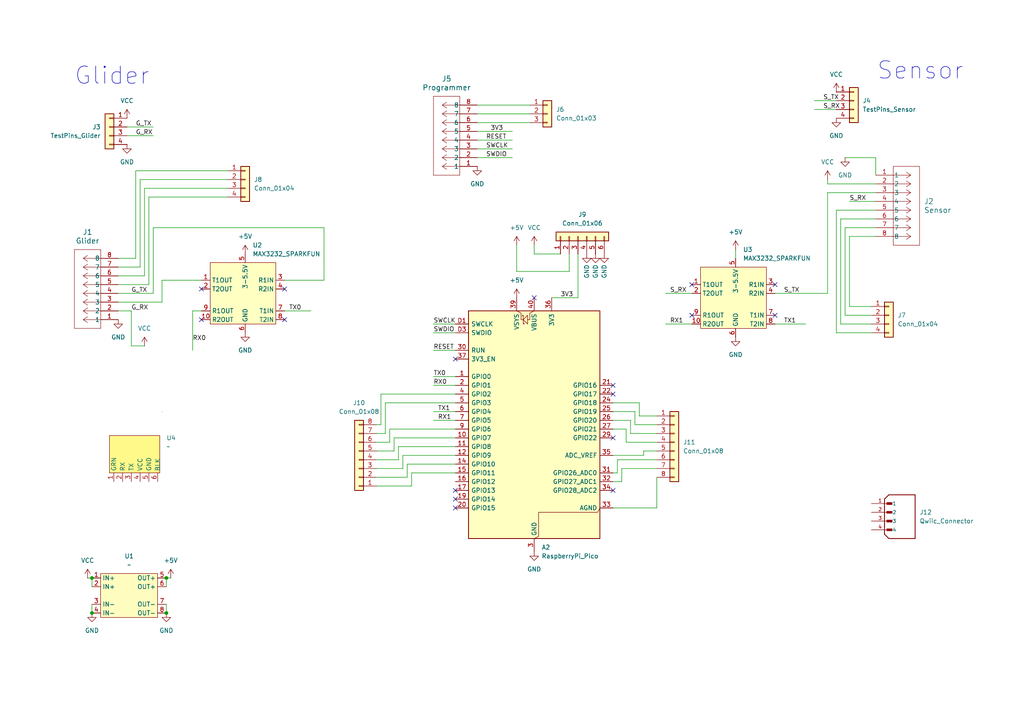
<source format=kicad_sch>
(kicad_sch (version 20250114) (generator "eeschema") (generator_version "9.0")
  (paper "A4")
  (title_block (date "2025-09-10") (rev "0"))
  (lib_symbols
    (symbol "2025-09-12_14-18-33:2068320802" (pin_names (offset 0.254))
      (property "Reference" "J" (at 8.89 6.35 0))
      (property "Value" "2068320802" (at 0 0 0))
      (symbol "2068320802_1_1"
        (polyline (pts (xy 5.08 2.54) (xy 5.08 -20.32)) (stroke (width 0.127)))
        (polyline (pts (xy 5.08 -20.32) (xy 12.7 -20.32)) (stroke (width 0.127)))
        (polyline (pts (xy 10.16 0) (xy 5.08 0)) (stroke (width 0.127)))
        (polyline (pts (xy 10.16 0) (xy 8.89 0.8467)) (stroke (width 0.127)))
        (polyline (pts (xy 10.16 0) (xy 8.89 -0.8467)) (stroke (width 0.127)))
        (polyline (pts (xy 10.16 -2.54) (xy 5.08 -2.54)) (stroke (width 0.127)))
        (polyline (pts (xy 10.16 -2.54) (xy 8.89 -1.6933)) (stroke (width 0.127)))
        (polyline (pts (xy 10.16 -2.54) (xy 8.89 -3.3867)) (stroke (width 0.127)))
        (polyline (pts (xy 10.16 -5.08) (xy 5.08 -5.08)) (stroke (width 0.127)))
        (polyline (pts (xy 10.16 -5.08) (xy 8.89 -4.2333)) (stroke (width 0.127)))
        (polyline (pts (xy 10.16 -5.08) (xy 8.89 -5.9267)) (stroke (width 0.127)))
        (polyline (pts (xy 10.16 -7.62) (xy 5.08 -7.62)) (stroke (width 0.127)))
        (polyline (pts (xy 10.16 -7.62) (xy 8.89 -6.7733)) (stroke (width 0.127)))
        (polyline (pts (xy 10.16 -7.62) (xy 8.89 -8.4667)) (stroke (width 0.127)))
        (polyline (pts (xy 10.16 -10.16) (xy 5.08 -10.16)) (stroke (width 0.127)))
        (polyline (pts (xy 10.16 -10.16) (xy 8.89 -9.3133)) (stroke (width 0.127)))
        (polyline (pts (xy 10.16 -10.16) (xy 8.89 -11.0067)) (stroke (width 0.127)))
        (polyline (pts (xy 10.16 -12.7) (xy 5.08 -12.7)) (stroke (width 0.127)))
        (polyline (pts (xy 10.16 -12.7) (xy 8.89 -11.8533)) (stroke (width 0.127)))
        (polyline (pts (xy 10.16 -12.7) (xy 8.89 -13.5467)) (stroke (width 0.127)))
        (polyline (pts (xy 10.16 -15.24) (xy 5.08 -15.24)) (stroke (width 0.127)))
        (polyline (pts (xy 10.16 -15.24) (xy 8.89 -14.3933)) (stroke (width 0.127)))
        (polyline (pts (xy 10.16 -15.24) (xy 8.89 -16.0867)) (stroke (width 0.127)))
        (polyline (pts (xy 10.16 -17.78) (xy 5.08 -17.78)) (stroke (width 0.127)))
        (polyline (pts (xy 10.16 -17.78) (xy 8.89 -16.9333)) (stroke (width 0.127)))
        (polyline (pts (xy 10.16 -17.78) (xy 8.89 -18.6267)) (stroke (width 0.127)))
        (polyline (pts (xy 12.7 2.54) (xy 5.08 2.54)) (stroke (width 0.127)))
        (polyline (pts (xy 12.7 -20.32) (xy 12.7 2.54)) (stroke (width 0.127)))
        (pin unspecified line (at 0 0 0) (length 5.08) (name "1") (number "1"))
        (pin unspecified line (at 0 -2.54 0) (length 5.08) (name "2") (number "2"))
        (pin unspecified line (at 0 -5.08 0) (length 5.08) (name "3") (number "3"))
        (pin unspecified line (at 0 -7.62 0) (length 5.08) (name "4") (number "4"))
        (pin unspecified line (at 0 -10.16 0) (length 5.08) (name "5") (number "5"))
        (pin unspecified line (at 0 -12.7 0) (length 5.08) (name "6") (number "6"))
        (pin unspecified line (at 0 -15.24 0) (length 5.08) (name "7") (number "7"))
        (pin unspecified line (at 0 -17.78 0) (length 5.08) (name "8") (number "8"))
      )
      (symbol "2068320802_1_2"
        (polyline (pts (xy 5.08 2.54) (xy 5.08 -20.32)) (stroke (width 0.127)))
        (polyline (pts (xy 5.08 -20.32) (xy 12.7 -20.32)) (stroke (width 0.127)))
        (polyline (pts (xy 7.62 0) (xy 5.08 0)) (stroke (width 0.127)))
        (polyline (pts (xy 7.62 0) (xy 8.89 0.8467)) (stroke (width 0.127)))
        (polyline (pts (xy 7.62 0) (xy 8.89 -0.8467)) (stroke (width 0.127)))
        (polyline (pts (xy 7.62 -2.54) (xy 5.08 -2.54)) (stroke (width 0.127)))
        (polyline (pts (xy 7.62 -2.54) (xy 8.89 -1.6933)) (stroke (width 0.127)))
        (polyline (pts (xy 7.62 -2.54) (xy 8.89 -3.3867)) (stroke (width 0.127)))
        (polyline (pts (xy 7.62 -5.08) (xy 5.08 -5.08)) (stroke (width 0.127)))
        (polyline (pts (xy 7.62 -5.08) (xy 8.89 -4.2333)) (stroke (width 0.127)))
        (polyline (pts (xy 7.62 -5.08) (xy 8.89 -5.9267)) (stroke (width 0.127)))
        (polyline (pts (xy 7.62 -7.62) (xy 5.08 -7.62)) (stroke (width 0.127)))
        (polyline (pts (xy 7.62 -7.62) (xy 8.89 -6.7733)) (stroke (width 0.127)))
        (polyline (pts (xy 7.62 -7.62) (xy 8.89 -8.4667)) (stroke (width 0.127)))
        (polyline (pts (xy 7.62 -10.16) (xy 5.08 -10.16)) (stroke (width 0.127)))
        (polyline (pts (xy 7.62 -10.16) (xy 8.89 -9.3133)) (stroke (width 0.127)))
        (polyline (pts (xy 7.62 -10.16) (xy 8.89 -11.0067)) (stroke (width 0.127)))
        (polyline (pts (xy 7.62 -12.7) (xy 5.08 -12.7)) (stroke (width 0.127)))
        (polyline (pts (xy 7.62 -12.7) (xy 8.89 -11.8533)) (stroke (width 0.127)))
        (polyline (pts (xy 7.62 -12.7) (xy 8.89 -13.5467)) (stroke (width 0.127)))
        (polyline (pts (xy 7.62 -15.24) (xy 5.08 -15.24)) (stroke (width 0.127)))
        (polyline (pts (xy 7.62 -15.24) (xy 8.89 -14.3933)) (stroke (width 0.127)))
        (polyline (pts (xy 7.62 -15.24) (xy 8.89 -16.0867)) (stroke (width 0.127)))
        (polyline (pts (xy 7.62 -17.78) (xy 5.08 -17.78)) (stroke (width 0.127)))
        (polyline (pts (xy 7.62 -17.78) (xy 8.89 -16.9333)) (stroke (width 0.127)))
        (polyline (pts (xy 7.62 -17.78) (xy 8.89 -18.6267)) (stroke (width 0.127)))
        (polyline (pts (xy 12.7 2.54) (xy 5.08 2.54)) (stroke (width 0.127)))
        (polyline (pts (xy 12.7 -20.32) (xy 12.7 2.54)) (stroke (width 0.127)))
        (pin unspecified line (at 0 0 0) (length 5.08) (name "1") (number "1"))
        (pin unspecified line (at 0 -2.54 0) (length 5.08) (name "2") (number "2"))
        (pin unspecified line (at 0 -5.08 0) (length 5.08) (name "3") (number "3"))
        (pin unspecified line (at 0 -7.62 0) (length 5.08) (name "4") (number "4"))
        (pin unspecified line (at 0 -10.16 0) (length 5.08) (name "5") (number "5"))
        (pin unspecified line (at 0 -12.7 0) (length 5.08) (name "6") (number "6"))
        (pin unspecified line (at 0 -15.24 0) (length 5.08) (name "7") (number "7"))
        (pin unspecified line (at 0 -17.78 0) (length 5.08) (name "8") (number "8"))
      )
    )
    (symbol "Connector_Generic:Conn_01x03" (pin_names (offset 1.016) (hide yes))
      (property "Reference" "J" (at 0 5.08 0))
      (property "Value" "Conn_01x03" (at 0 -5.08 0))
      (symbol "Conn_01x03_1_1"
        (rectangle (start -1.27 3.81) (end 1.27 -3.81) (stroke (width 0.254)) (fill (type background)))
        (rectangle (start -1.27 2.667) (end 0 2.413) (stroke (width 0.1524)))
        (rectangle (start -1.27 0.127) (end 0 -0.127) (stroke (width 0.1524)))
        (rectangle (start -1.27 -2.413) (end 0 -2.667) (stroke (width 0.1524)))
        (pin passive line (at -5.08 2.54 0) (length 3.81) (name "Pin_1") (number "1"))
        (pin passive line (at -5.08 0 0) (length 3.81) (name "Pin_2") (number "2"))
        (pin passive line (at -5.08 -2.54 0) (length 3.81) (name "Pin_3") (number "3"))
      )
    )
    (symbol "Connector_Generic:Conn_01x04" (pin_names (offset 1.016) (hide yes))
      (property "Reference" "J" (at 0 5.08 0))
      (property "Value" "Conn_01x04" (at 0 -7.62 0))
      (symbol "Conn_01x04_1_1"
        (rectangle (start -1.27 3.81) (end 1.27 -6.35) (stroke (width 0.254)) (fill (type background)))
        (rectangle (start -1.27 2.667) (end 0 2.413) (stroke (width 0.1524)))
        (rectangle (start -1.27 0.127) (end 0 -0.127) (stroke (width 0.1524)))
        (rectangle (start -1.27 -2.413) (end 0 -2.667) (stroke (width 0.1524)))
        (rectangle (start -1.27 -4.953) (end 0 -5.207) (stroke (width 0.1524)))
        (pin passive line (at -5.08 2.54 0) (length 3.81) (name "Pin_1") (number "1"))
        (pin passive line (at -5.08 0 0) (length 3.81) (name "Pin_2") (number "2"))
        (pin passive line (at -5.08 -2.54 0) (length 3.81) (name "Pin_3") (number "3"))
        (pin passive line (at -5.08 -5.08 0) (length 3.81) (name "Pin_4") (number "4"))
      )
    )
    (symbol "Connector_Generic:Conn_01x06" (pin_names (offset 1.016) (hide yes))
      (property "Reference" "J" (at 0 7.62 0))
      (property "Value" "Conn_01x06" (at 0 -10.16 0))
      (symbol "Conn_01x06_1_1"
        (rectangle (start -1.27 6.35) (end 1.27 -8.89) (stroke (width 0.254)) (fill (type background)))
        (rectangle (start -1.27 5.207) (end 0 4.953) (stroke (width 0.1524)))
        (rectangle (start -1.27 2.667) (end 0 2.413) (stroke (width 0.1524)))
        (rectangle (start -1.27 0.127) (end 0 -0.127) (stroke (width 0.1524)))
        (rectangle (start -1.27 -2.413) (end 0 -2.667) (stroke (width 0.1524)))
        (rectangle (start -1.27 -4.953) (end 0 -5.207) (stroke (width 0.1524)))
        (rectangle (start -1.27 -7.493) (end 0 -7.747) (stroke (width 0.1524)))
        (pin passive line (at -5.08 5.08 0) (length 3.81) (name "Pin_1") (number "1"))
        (pin passive line (at -5.08 2.54 0) (length 3.81) (name "Pin_2") (number "2"))
        (pin passive line (at -5.08 0 0) (length 3.81) (name "Pin_3") (number "3"))
        (pin passive line (at -5.08 -2.54 0) (length 3.81) (name "Pin_4") (number "4"))
        (pin passive line (at -5.08 -5.08 0) (length 3.81) (name "Pin_5") (number "5"))
        (pin passive line (at -5.08 -7.62 0) (length 3.81) (name "Pin_6") (number "6"))
      )
    )
    (symbol "Connector_Generic:Conn_01x08" (pin_names (offset 1.016) (hide yes))
      (property "Reference" "J" (at 0 10.16 0))
      (property "Value" "Conn_01x08" (at 0 -12.7 0))
      (symbol "Conn_01x08_1_1"
        (rectangle (start -1.27 8.89) (end 1.27 -11.43) (stroke (width 0.254)) (fill (type background)))
        (rectangle (start -1.27 7.747) (end 0 7.493) (stroke (width 0.1524)))
        (rectangle (start -1.27 5.207) (end 0 4.953) (stroke (width 0.1524)))
        (rectangle (start -1.27 2.667) (end 0 2.413) (stroke (width 0.1524)))
        (rectangle (start -1.27 0.127) (end 0 -0.127) (stroke (width 0.1524)))
        (rectangle (start -1.27 -2.413) (end 0 -2.667) (stroke (width 0.1524)))
        (rectangle (start -1.27 -4.953) (end 0 -5.207) (stroke (width 0.1524)))
        (rectangle (start -1.27 -7.493) (end 0 -7.747) (stroke (width 0.1524)))
        (rectangle (start -1.27 -10.033) (end 0 -10.287) (stroke (width 0.1524)))
        (pin passive line (at -5.08 7.62 0) (length 3.81) (name "Pin_1") (number "1"))
        (pin passive line (at -5.08 5.08 0) (length 3.81) (name "Pin_2") (number "2"))
        (pin passive line (at -5.08 2.54 0) (length 3.81) (name "Pin_3") (number "3"))
        (pin passive line (at -5.08 0 0) (length 3.81) (name "Pin_4") (number "4"))
        (pin passive line (at -5.08 -2.54 0) (length 3.81) (name "Pin_5") (number "5"))
        (pin passive line (at -5.08 -5.08 0) (length 3.81) (name "Pin_6") (number "6"))
        (pin passive line (at -5.08 -7.62 0) (length 3.81) (name "Pin_7") (number "7"))
        (pin passive line (at -5.08 -10.16 0) (length 3.81) (name "Pin_8") (number "8"))
      )
    )
    (symbol "MCU_Module:RaspberryPi_Pico_Debug" (pin_names (offset 0.762))
      (property "Reference" "A" (at -19.05 35.56 0))
      (property "Value" "RaspberryPi_Pico" (at 7.62 35.56 0))
      (symbol "RaspberryPi_Pico_Debug_0_1"
        (rectangle (start -19.05 34.29) (end 19.05 -31.75) (stroke (width 0.254)) (fill (type background)))
        (polyline (pts (xy -5.08 34.29) (xy -3.81 33.655) (xy -3.81 31.75) (xy -3.175 31.75)))
        (polyline (pts (xy -3.429 32.766) (xy -3.429 33.02) (xy -3.175 33.02) (xy -3.175 30.48) (xy -2.921 30.48) (xy -2.921 30.734)))
        (polyline (pts (xy -3.175 31.75) (xy -1.905 33.02) (xy -1.905 30.48) (xy -3.175 31.75)))
        (polyline (pts (xy 0 34.29) (xy -1.27 33.655) (xy -1.27 31.75) (xy -1.905 31.75)))
        (polyline (pts (xy 0 -31.75) (xy 1.27 -31.115) (xy 1.27 -24.13) (xy 18.415 -24.13) (xy 19.05 -22.86)))
      )
      (symbol "RaspberryPi_Pico_Debug_1_1"
        (pin input line (at -22.86 30.48 0) (length 3.81) (name "SWCLK") (number "D1"))
        (pin bidirectional line (at -22.86 27.94 0) (length 3.81) (name "SWDIO") (number "D3"))
        (pin passive line (at -22.86 22.86 0) (length 3.81) (name "RUN") (number "30"))
        (pin passive line (at -22.86 20.32 0) (length 3.81) (name "3V3_EN") (number "37"))
        (pin bidirectional line (at -22.86 15.24 0) (length 3.81) (name "GPIO0") (number "1"))
        (pin bidirectional line (at -22.86 12.7 0) (length 3.81) (name "GPIO1") (number "2"))
        (pin bidirectional line (at -22.86 10.16 0) (length 3.81) (name "GPIO2") (number "4"))
        (pin bidirectional line (at -22.86 7.62 0) (length 3.81) (name "GPIO3") (number "5"))
        (pin bidirectional line (at -22.86 5.08 0) (length 3.81) (name "GPIO4") (number "6"))
        (pin bidirectional line (at -22.86 2.54 0) (length 3.81) (name "GPIO5") (number "7"))
        (pin bidirectional line (at -22.86 0 0) (length 3.81) (name "GPIO6") (number "9"))
        (pin bidirectional line (at -22.86 -2.54 0) (length 3.81) (name "GPIO7") (number "10"))
        (pin bidirectional line (at -22.86 -5.08 0) (length 3.81) (name "GPIO8") (number "11"))
        (pin bidirectional line (at -22.86 -7.62 0) (length 3.81) (name "GPIO9") (number "12"))
        (pin bidirectional line (at -22.86 -10.16 0) (length 3.81) (name "GPIO10") (number "14"))
        (pin bidirectional line (at -22.86 -12.7 0) (length 3.81) (name "GPIO11") (number "15"))
        (pin bidirectional line (at -22.86 -15.24 0) (length 3.81) (name "GPIO12") (number "16"))
        (pin bidirectional line (at -22.86 -17.78 0) (length 3.81) (name "GPIO13") (number "17"))
        (pin bidirectional line (at -22.86 -20.32 0) (length 3.81) (name "GPIO14") (number "19"))
        (pin bidirectional line (at -22.86 -22.86 0) (length 3.81) (name "GPIO15") (number "20"))
        (pin power_in line (at -5.08 38.1 270) (length 3.81) (name "VSYS") (number "39"))
        (pin power_out line (at 0 38.1 270) (length 3.81) (name "VBUS") (number "40"))
        (pin passive line (at 0 -35.56 90) (length 3.81) (hide yes) (name "GND") (number "13"))
        (pin passive line (at 0 -35.56 90) (length 3.81) (hide yes) (name "GND") (number "18"))
        (pin passive line (at 0 -35.56 90) (length 3.81) (hide yes) (name "GND") (number "23"))
        (pin passive line (at 0 -35.56 90) (length 3.81) (hide yes) (name "GND") (number "28"))
        (pin power_out line (at 0 -35.56 90) (length 3.81) (name "GND") (number "3"))
        (pin passive line (at 0 -35.56 90) (length 3.81) (hide yes) (name "GND") (number "38"))
        (pin passive line (at 0 -35.56 90) (length 3.81) (hide yes) (name "GND") (number "8"))
        (pin passive line (at 0 -35.56 90) (length 3.81) (hide yes) (name "GND") (number "D2"))
        (pin power_out line (at 5.08 38.1 270) (length 3.81) (name "3V3") (number "36"))
        (pin bidirectional line (at 22.86 12.7 180) (length 3.81) (name "GPIO16") (number "21"))
        (pin bidirectional line (at 22.86 10.16 180) (length 3.81) (name "GPIO17") (number "22"))
        (pin bidirectional line (at 22.86 7.62 180) (length 3.81) (name "GPIO18") (number "24"))
        (pin bidirectional line (at 22.86 5.08 180) (length 3.81) (name "GPIO19") (number "25"))
        (pin bidirectional line (at 22.86 2.54 180) (length 3.81) (name "GPIO20") (number "26"))
        (pin bidirectional line (at 22.86 0 180) (length 3.81) (name "GPIO21") (number "27"))
        (pin bidirectional line (at 22.86 -2.54 180) (length 3.81) (name "GPIO22") (number "29"))
        (pin power_in line (at 22.86 -7.62 180) (length 3.81) (name "ADC_VREF") (number "35"))
        (pin bidirectional line (at 22.86 -12.7 180) (length 3.81) (name "GPIO26_ADC0") (number "31"))
        (pin bidirectional line (at 22.86 -15.24 180) (length 3.81) (name "GPIO27_ADC1") (number "32"))
        (pin bidirectional line (at 22.86 -17.78 180) (length 3.81) (name "GPIO28_ADC2") (number "34"))
        (pin power_out line (at 22.86 -22.86 180) (length 3.81) (name "AGND") (number "33"))
      )
    )
    (symbol "OpenLog:OpenLog"
      (property "Reference" "U" (at 1.778 0.762 0))
      (symbol "OpenLog_0_1"
        (rectangle (start 10.16 10.16) (end 10.16 10.16))
      )
      (symbol "OpenLog_1_1"
        (rectangle (start -5.08 3.175) (end 9.525 -7.62) (fill (type color) (color 255 249 137 1)))
        (pin input line (at -3.81 -10.16 90) (length 2.54) (name "GRN") (number "1"))
        (pin input line (at -1.27 -10.16 90) (length 2.54) (name "RX") (number "2"))
        (pin input line (at 1.27 -10.16 90) (length 2.54) (name "TX") (number "3"))
        (pin input line (at 3.81 -10.16 90) (length 2.54) (name "VCC") (number "4"))
        (pin input line (at 6.35 -10.16 90) (length 2.54) (name "GND") (number "5"))
        (pin input line (at 8.89 -10.16 90) (length 2.54) (name "BLK") (number "6"))
      )
    )
    (symbol "Qwiic:Qwiic_Connector" (pin_names (offset 1.016))
      (property "Reference" "J" (at -2.54 8.382 0))
      (property "Value" "Qwiic_Connector" (at -2.54 -7.62 0))
      (symbol "Qwiic_Connector_0_0"
        (polyline (pts (xy -3.81 6.35) (xy -3.81 -3.81)) (stroke (width 0.254)))
        (polyline (pts (xy -3.81 6.35) (xy -2.54 7.62)) (stroke (width 0.254)))
        (polyline (pts (xy -3.81 -3.81) (xy -2.54 -5.08)) (stroke (width 0.254)))
        (rectangle (start -3.175 4.7625) (end -1.5875 5.3975) (stroke (width 0.1)) (fill (type outline)))
        (rectangle (start -3.175 2.2225) (end -1.5875 2.8575) (stroke (width 0.1)) (fill (type outline)))
        (rectangle (start -3.175 -0.3175) (end -1.5875 0.3175) (stroke (width 0.1)) (fill (type outline)))
        (rectangle (start -3.175 -2.8575) (end -1.5875 -2.2225) (stroke (width 0.1)) (fill (type outline)))
        (polyline (pts (xy -2.54 -5.08) (xy 5.08 -5.08)) (stroke (width 0.254)))
        (polyline (pts (xy 5.08 7.62) (xy -2.54 7.62)) (stroke (width 0.254)))
        (polyline (pts (xy 5.08 -5.08) (xy 5.08 7.62)) (stroke (width 0.254)))
        (pin passive line (at -7.62 5.08 0) (length 5.08) (name "1") (number "1"))
        (pin passive line (at -7.62 2.54 0) (length 5.08) (name "2") (number "2"))
        (pin passive line (at -7.62 0 0) (length 5.08) (name "3") (number "3"))
        (pin passive line (at -7.62 -2.54 0) (length 5.08) (name "4") (number "4"))
      )
    )
    (symbol "Symbols:MAX3232_SPARKFUN"
      (property "Reference" "U" (at 0 -4.826 0))
      (symbol "MAX3232_SPARKFUN_1_1"
        (rectangle (start -10.16 5.08) (end 8.89 -12.7) (fill (type background)))
        (pin output line (at -12.7 0 0) (length 2.54) (name "T1OUT") (number "1"))
        (pin output line (at -12.7 -2.54 0) (length 2.54) (name "T2OUT") (number "2"))
        (pin output line (at -12.7 -8.89 0) (length 2.54) (name "R1OUT") (number "9"))
        (pin output line (at -12.7 -11.43 0) (length 2.54) (name "R2OUT") (number "10"))
        (pin input line (at 0 7.62 270) (length 2.54) (name "3-5.5V") (number "5"))
        (pin input line (at 0 -15.24 90) (length 2.54) (name "GND") (number "6"))
        (pin input line (at 11.43 0 180) (length 2.54) (name "R1IN") (number "3"))
        (pin input line (at 11.43 -2.54 180) (length 2.54) (name "R2IN") (number "4"))
        (pin input line (at 11.43 -8.89 180) (length 2.54) (name "T1IN") (number "7"))
        (pin input line (at 11.43 -11.43 180) (length 2.54) (name "T2IN") (number "8"))
      )
    )
    (symbol "Symbols:MP1584"
      (property "Reference" "U" (at 0 0 0))
      (symbol "MP1584_1_1"
        (rectangle (start -7.62 1.27) (end 8.89 -11.43) (fill (type color) (color 255 252 191 1)))
        (pin input line (at -10.16 0 0) (length 2.54) (name "IN+") (number "1"))
        (pin input line (at -10.16 -2.54 0) (length 2.54) (name "IN+") (number "2"))
        (pin input line (at -10.16 -7.62 0) (length 2.54) (name "IN-") (number "3"))
        (pin input line (at -10.16 -10.16 0) (length 2.54) (name "IN-") (number "4"))
        (pin output line (at 11.43 0 180) (length 2.54) (name "OUT+") (number "5"))
        (pin output line (at 11.43 -2.54 180) (length 2.54) (name "OUT+") (number "6"))
        (pin output line (at 11.43 -7.62 180) (length 2.54) (name "OUT-") (number "7"))
        (pin output line (at 11.43 -10.16 180) (length 2.54) (name "OUT-") (number "8"))
      )
    )
    (symbol "power:+5V" (power) (pin_numbers (hide yes)) (pin_names (offset 0) (hide yes))
      (property "Value" "+5V" (at 0 3.556 0))
      (symbol "+5V_0_1"
        (polyline (pts (xy -0.762 1.27) (xy 0 2.54)))
        (polyline (pts (xy 0 2.54) (xy 0.762 1.27)))
        (polyline (pts (xy 0 0) (xy 0 2.54)))
      )
      (symbol "+5V_1_1"
        (pin power_in line (at 0 0 90) (length 0) (name "~") (number "1"))
      )
    )
    (symbol "power:GND" (power) (pin_numbers (hide yes)) (pin_names (offset 0) (hide yes))
      (property "Value" "GND" (at 0 -3.81 0))
      (symbol "GND_0_1"
        (polyline (pts (xy 0 0) (xy 0 -1.27) (xy 1.27 -1.27) (xy 0 -2.54) (xy -1.27 -1.27) (xy 0 -1.27)))
      )
      (symbol "GND_1_1"
        (pin power_in line (at 0 0 270) (length 0) (name "~") (number "1"))
      )
    )
    (symbol "power:VCC" (power) (pin_numbers (hide yes)) (pin_names (offset 0) (hide yes))
      (property "Value" "VCC" (at 0 3.556 0))
      (symbol "VCC_0_1"
        (polyline (pts (xy -0.762 1.27) (xy 0 2.54)))
        (polyline (pts (xy 0 2.54) (xy 0.762 1.27)))
        (polyline (pts (xy 0 0) (xy 0 2.54)))
      )
      (symbol "VCC_1_1"
        (pin power_in line (at 0 0 90) (length 0) (name "~") (number "1"))
      )
    )
  )
  (text "Sensor\n" (at 266.954 20.574 0) (effects (font (size 5 5))))
  (text "Glider\n" (at 32.512 22.098 0) (effects (font (size 5 5))))
  (junction (at 26.67 167.64))
  (junction (at 48.26 167.64))
  (junction (at 26.67 177.8))
  (junction (at 48.26 177.8))
  (no_connect (at 200.66 82.55))
  (no_connect (at 177.8 114.3))
  (no_connect (at 132.08 104.14))
  (no_connect (at 224.79 82.55))
  (no_connect (at 177.8 111.76))
  (no_connect (at 58.42 92.71))
  (no_connect (at 58.42 83.82))
  (no_connect (at 132.08 147.32))
  (no_connect (at 82.55 83.82))
  (no_connect (at 177.8 142.24))
  (no_connect (at 132.08 142.24))
  (no_connect (at 154.94 86.36))
  (no_connect (at 200.66 91.44))
  (no_connect (at 132.08 144.78))
  (no_connect (at 82.55 92.71))
  (no_connect (at 224.79 91.44))
  (no_connect (at 177.8 127))
  (wire (pts (xy 182.88 121.92) (xy 182.88 125.73)))
  (wire (pts (xy 177.8 137.16) (xy 179.07 137.16)))
  (wire (pts (xy 254 45.72) (xy 245.11 45.72)))
  (wire (pts (xy 180.34 135.89) (xy 180.34 139.7)))
  (wire (pts (xy 125.73 121.92) (xy 132.08 121.92)))
  (wire (pts (xy 115.57 129.54) (xy 115.57 133.35)))
  (wire (pts (xy 246.38 88.9) (xy 252.73 88.9)))
  (wire (pts (xy 38.1 100.33) (xy 41.91 100.33)))
  (wire (pts (xy 245.11 66.04) (xy 245.11 91.44)))
  (wire (pts (xy 38.1 90.17) (xy 38.1 100.33)))
  (wire (pts (xy 246.38 58.42) (xy 254 58.42)))
  (wire (pts (xy 245.11 91.44) (xy 252.73 91.44)))
  (wire (pts (xy 26.67 175.26) (xy 26.67 177.8)))
  (wire (pts (xy 193.04 85.09) (xy 200.66 85.09)))
  (wire (pts (xy 44.45 85.09) (xy 34.29 85.09)))
  (wire (pts (xy 55.88 90.17) (xy 55.88 101.6)))
  (wire (pts (xy 110.49 114.3) (xy 110.49 123.19)))
  (wire (pts (xy 236.22 31.75) (xy 242.57 31.75)))
  (wire (pts (xy 113.03 128.27) (xy 109.22 128.27)))
  (wire (pts (xy 236.22 29.21) (xy 242.57 29.21)))
  (wire (pts (xy 125.73 101.6) (xy 132.08 101.6)))
  (wire (pts (xy 254 60.96) (xy 242.57 60.96)))
  (wire (pts (xy 162.56 73.66) (xy 154.94 73.66)))
  (wire (pts (xy 93.98 81.28) (xy 93.98 66.04)))
  (wire (pts (xy 138.43 45.72) (xy 148.59 45.72)))
  (wire (pts (xy 177.8 124.46) (xy 181.61 124.46)))
  (wire (pts (xy 138.43 40.64) (xy 148.59 40.64)))
  (wire (pts (xy 48.26 167.64) (xy 49.53 167.64)))
  (wire (pts (xy 40.64 77.47) (xy 34.29 77.47)))
  (wire (pts (xy 113.03 124.46) (xy 113.03 128.27)))
  (wire (pts (xy 242.57 60.96) (xy 242.57 96.52)))
  (wire (pts (xy 138.43 43.18) (xy 148.59 43.18)))
  (wire (pts (xy 181.61 128.27) (xy 190.5 128.27)))
  (wire (pts (xy 36.83 39.37) (xy 44.45 39.37)))
  (wire (pts (xy 185.42 120.65) (xy 190.5 120.65)))
  (wire (pts (xy 138.43 35.56) (xy 153.67 35.56)))
  (wire (pts (xy 149.86 78.74) (xy 165.1 78.74)))
  (wire (pts (xy 118.11 134.62) (xy 118.11 138.43)))
  (wire (pts (xy 160.02 86.36) (xy 167.64 86.36)))
  (wire (pts (xy 177.8 121.92) (xy 182.88 121.92)))
  (wire (pts (xy 109.22 138.43) (xy 118.11 138.43)))
  (wire (pts (xy 132.08 114.3) (xy 110.49 114.3)))
  (wire (pts (xy 34.29 87.63) (xy 46.99 87.63)))
  (wire (pts (xy 254 66.04) (xy 245.11 66.04)))
  (wire (pts (xy 34.29 74.93) (xy 39.37 74.93)))
  (wire (pts (xy 190.5 147.32) (xy 190.5 138.43)))
  (wire (pts (xy 43.18 82.55) (xy 34.29 82.55)))
  (wire (pts (xy 193.04 93.98) (xy 200.66 93.98)))
  (wire (pts (xy 125.73 119.38) (xy 132.08 119.38)))
  (wire (pts (xy 109.22 135.89) (xy 116.84 135.89)))
  (wire (pts (xy 240.03 85.09) (xy 240.03 55.88)))
  (wire (pts (xy 177.8 132.08) (xy 186.69 132.08)))
  (wire (pts (xy 149.86 71.12) (xy 149.86 78.74)))
  (wire (pts (xy 43.18 57.15) (xy 43.18 82.55)))
  (wire (pts (xy 213.36 72.39) (xy 213.36 74.93)))
  (wire (pts (xy 243.84 63.5) (xy 254 63.5)))
  (wire (pts (xy 125.73 109.22) (xy 132.08 109.22)))
  (wire (pts (xy 132.08 127) (xy 114.3 127)))
  (wire (pts (xy 177.8 116.84) (xy 185.42 116.84)))
  (wire (pts (xy 132.08 124.46) (xy 113.03 124.46)))
  (wire (pts (xy 34.29 90.17) (xy 38.1 90.17)))
  (wire (pts (xy 41.91 54.61) (xy 66.04 54.61)))
  (wire (pts (xy 26.67 167.64) (xy 26.67 170.18)))
  (wire (pts (xy 116.84 132.08) (xy 132.08 132.08)))
  (wire (pts (xy 242.57 96.52) (xy 252.73 96.52)))
  (wire (pts (xy 115.57 133.35) (xy 109.22 133.35)))
  (wire (pts (xy 25.4 167.64) (xy 26.67 167.64)))
  (wire (pts (xy 154.94 71.12) (xy 154.94 73.66)))
  (wire (pts (xy 181.61 124.46) (xy 181.61 128.27)))
  (wire (pts (xy 186.69 132.08) (xy 186.69 130.81)))
  (wire (pts (xy 165.1 78.74) (xy 165.1 73.66)))
  (wire (pts (xy 224.79 93.98) (xy 233.68 93.98)))
  (wire (pts (xy 114.3 130.81) (xy 109.22 130.81)))
  (wire (pts (xy 93.98 66.04) (xy 44.45 66.04)))
  (wire (pts (xy 138.43 33.02) (xy 153.67 33.02)))
  (wire (pts (xy 109.22 140.97) (xy 119.38 140.97)))
  (wire (pts (xy 246.38 88.9) (xy 246.38 68.58)))
  (wire (pts (xy 119.38 137.16) (xy 119.38 140.97)))
  (wire (pts (xy 132.08 116.84) (xy 111.76 116.84)))
  (wire (pts (xy 180.34 139.7) (xy 177.8 139.7)))
  (wire (pts (xy 254 53.34) (xy 240.03 53.34)))
  (wire (pts (xy 243.84 93.98) (xy 252.73 93.98)))
  (wire (pts (xy 110.49 123.19) (xy 109.22 123.19)))
  (wire (pts (xy 43.18 57.15) (xy 66.04 57.15)))
  (wire (pts (xy 246.38 68.58) (xy 254 68.58)))
  (wire (pts (xy 179.07 137.16) (xy 179.07 133.35)))
  (wire (pts (xy 243.84 93.98) (xy 243.84 63.5)))
  (wire (pts (xy 167.64 86.36) (xy 167.64 73.66)))
  (wire (pts (xy 125.73 96.52) (xy 132.08 96.52)))
  (wire (pts (xy 125.73 93.98) (xy 132.08 93.98)))
  (wire (pts (xy 254 50.8) (xy 254 45.72)))
  (wire (pts (xy 82.55 81.28) (xy 93.98 81.28)))
  (wire (pts (xy 46.99 81.28) (xy 46.99 87.63)))
  (wire (pts (xy 41.91 80.01) (xy 41.91 54.61)))
  (wire (pts (xy 177.8 147.32) (xy 190.5 147.32)))
  (wire (pts (xy 184.15 119.38) (xy 177.8 119.38)))
  (wire (pts (xy 190.5 135.89) (xy 180.34 135.89)))
  (wire (pts (xy 114.3 127) (xy 114.3 130.81)))
  (wire (pts (xy 224.79 85.09) (xy 240.03 85.09)))
  (wire (pts (xy 190.5 123.19) (xy 184.15 123.19)))
  (wire (pts (xy 111.76 116.84) (xy 111.76 125.73)))
  (wire (pts (xy 132.08 137.16) (xy 119.38 137.16)))
  (wire (pts (xy 240.03 55.88) (xy 254 55.88)))
  (wire (pts (xy 182.88 125.73) (xy 190.5 125.73)))
  (wire (pts (xy 39.37 49.53) (xy 66.04 49.53)))
  (wire (pts (xy 240.03 53.34) (xy 240.03 52.07)))
  (wire (pts (xy 36.83 36.83) (xy 44.45 36.83)))
  (wire (pts (xy 179.07 133.35) (xy 190.5 133.35)))
  (wire (pts (xy 46.99 81.28) (xy 58.42 81.28)))
  (wire (pts (xy 39.37 74.93) (xy 39.37 49.53)))
  (wire (pts (xy 184.15 123.19) (xy 184.15 119.38)))
  (wire (pts (xy 186.69 130.81) (xy 190.5 130.81)))
  (wire (pts (xy 48.26 175.26) (xy 48.26 177.8)))
  (wire (pts (xy 185.42 116.84) (xy 185.42 120.65)))
  (wire (pts (xy 48.26 167.64) (xy 48.26 170.18)))
  (wire (pts (xy 138.43 30.48) (xy 153.67 30.48)))
  (wire (pts (xy 132.08 134.62) (xy 118.11 134.62)))
  (wire (pts (xy 125.73 111.76) (xy 132.08 111.76)))
  (wire (pts (xy 40.64 52.07) (xy 66.04 52.07)))
  (wire (pts (xy 116.84 135.89) (xy 116.84 132.08)))
  (wire (pts (xy 34.29 80.01) (xy 41.91 80.01)))
  (wire (pts (xy 111.76 125.73) (xy 109.22 125.73)))
  (wire (pts (xy 40.64 52.07) (xy 40.64 77.47)))
  (wire (pts (xy 58.42 90.17) (xy 55.88 90.17)))
  (wire (pts (xy 132.08 129.54) (xy 115.57 129.54)))
  (wire (pts (xy 138.43 38.1) (xy 148.59 38.1)))
  (wire (pts (xy 44.45 66.04) (xy 44.45 85.09)))
  (wire (pts (xy 82.55 90.17) (xy 90.17 90.17)))
  (label "TX1" (at 227.33 93.98 0))
  (label "S_RX" (at 238.76 31.75 0))
  (label "G_RX" (at 38.1 90.17 0))
  (label "G_TX" (at 39.37 36.83 0))
  (label "RX1" (at 127 121.92 0))
  (label "SWCLK" (at 140.97 43.18 0))
  (label "RESET" (at 125.73 101.6 0))
  (label "RX0" (at 125.73 111.76 0))
  (label "RX0" (at 55.88 99.06 0))
  (label "TX1" (at 127 119.38 0))
  (label "S_TX" (at 227.33 85.09 0))
  (label "3V3" (at 142.24 38.1 0))
  (label "G_RX" (at 39.37 39.37 0))
  (label "TX0" (at 83.82 90.17 0))
  (label "3V3" (at 162.56 86.36 0))
  (label "RX1" (at 194.31 93.98 0))
  (label "SWDIO" (at 140.97 45.72 0))
  (label "SWCLK" (at 125.73 93.98 0))
  (label "SWDIO" (at 125.73 96.52 0))
  (label "S_RX" (at 194.31 85.09 0))
  (label "S_TX" (at 238.76 29.21 0))
  (label "G_TX" (at 38.1 85.09 0))
  (label "S_RX" (at 246.38 58.42 0))
  (label "RESET" (at 140.97 40.64 0))
  (label "TX0" (at 125.73 109.22 0))
  (symbol (lib_id "power:GND") (at 71.12 96.52 0) (unit 1)
    (property "Reference" "#PWR06" (effects (hide yes)))
    (property "Value" "GND" (at 71.12 101.6 0))
    (property "Description" "Power symbol creates a global label with name \"GND\" , ground" (effects (hide yes)))
  )
  (symbol (lib_id "Connector_Generic:Conn_01x03") (at 158.75 33.02 0) (unit 1)
    (property "Reference" "J6" (at 161.29 31.7499 0) (effects (justify left)))
    (property "Value" "Conn_01x03" (at 161.29 34.2899 0) (effects (justify left)))
    (property "Footprint" "Connector_PinHeader_2.54mm:PinHeader_1x04_P2.54mm_Vertical" (effects (hide yes)))
    (property "Description" "Generic connector, single row, 01x03, script generated (kicad-library-utils/schlib/autogen/connector/)" (effects (hide yes)))
  )
  (symbol (lib_id "power:GND") (at 170.18 73.66 0) (unit 1)
    (property "Reference" "#PWR014" (effects (hide yes)))
    (property "Value" "GND" (at 170.18 78.74 90))
    (property "Description" "Power symbol creates a global label with name \"GND\" , ground" (effects (hide yes)))
  )
  (symbol (lib_id "Symbols:MP1584") (at 36.83 167.64 0) (unit 1)
    (property "Reference" "U1" (at 37.465 161.29 0))
    (property "Value" "~" (at 37.465 163.83 0))
  )
  (symbol (lib_id "power:GND") (at 48.26 177.8 0) (unit 1)
    (property "Reference" "#PWR08" (effects (hide yes)))
    (property "Value" "GND" (at 48.26 182.88 0))
    (property "Description" "Power symbol creates a global label with name \"GND\" , ground" (effects (hide yes)))
  )
  (symbol (lib_id "power:VCC") (at 36.83 34.29 0) (unit 1)
    (property "Reference" "#PWR015" (effects (hide yes)))
    (property "Value" "VCC" (at 36.83 29.21 0))
    (property "Description" "Power symbol creates a global label with name \"VCC\"" (effects (hide yes)))
  )
  (symbol (lib_id "Connector_Generic:Conn_01x04") (at 71.12 52.07 0) (unit 1)
    (property "Reference" "J8" (at 73.66 52.0699 0) (effects (justify left)))
    (property "Value" "Conn_01x04" (at 73.66 54.6099 0) (effects (justify left)))
    (property "Footprint" "Connector_PinHeader_2.54mm:PinHeader_1x04_P2.54mm_Vertical" (effects (hide yes)))
    (property "Description" "Generic connector, single row, 01x04, script generated (kicad-library-utils/schlib/autogen/connector/)" (effects (hide yes)))
  )
  (symbol (lib_id "Connector_Generic:Conn_01x08") (at 104.14 133.35 180) (unit 1)
    (property "Reference" "J10" (at 104.14 116.84 0))
    (property "Value" "Conn_01x08" (at 104.14 119.38 0))
    (property "Footprint" "Connector_PinHeader_2.54mm:PinHeader_1x08_P2.54mm_Vertical" (effects (hide yes)))
    (property "Description" "Generic connector, single row, 01x08, script generated (kicad-library-utils/schlib/autogen/connector/)" (effects (hide yes)))
  )
  (symbol (lib_id "Symbols:MAX3232_SPARKFUN") (at 213.36 82.55 0) (unit 1)
    (property "Reference" "U3" (at 215.5033 72.39 0) (effects (justify left)))
    (property "Value" "MAX3232_SPARKFUN" (at 215.5033 74.93 0) (effects (justify left)))
    (property "Footprint" "MAX3232:MAX3232_Sparkfun" (effects (hide yes)))
  )
  (symbol (lib_id "power:GND") (at 138.43 48.26 0) (unit 1)
    (property "Reference" "#PWR010" (effects (hide yes)))
    (property "Value" "GND" (at 138.43 53.34 0))
    (property "Description" "Power symbol creates a global label with name \"GND\" , ground" (effects (hide yes)))
  )
  (symbol (lib_id "power:+5V") (at 149.86 86.36 0) (unit 1)
    (property "Reference" "#PWR012" (effects (hide yes)))
    (property "Value" "+5V" (at 149.86 81.28 0))
    (property "Description" "Power symbol creates a global label with name \"+5V\"" (effects (hide yes)))
  )
  (symbol (lib_id "2025-09-12_14-18-33:2068320802") (at 138.43 48.26 180) (unit 1)
    (property "Reference" "J5" (at 129.54 22.86 0) (effects (font (size 1.524 1.524))))
    (property "Value" "Programmer" (at 129.54 25.4 0) (effects (font (size 1.524 1.524))))
    (property "Footprint" "Library:CONN_2068320000-SD_08_MOL" (effects (hide yes)))
    (property "Datasheet" "https://www.molex.com/en-us/products/part-detail-pdf/2068320802?display=pdf" (effects (hide yes)))
  )
  (symbol (lib_id "2025-09-12_14-18-33:2068320802") (at 34.29 92.71 180) (unit 1)
    (property "Reference" "J1" (at 25.4 67.31 0) (effects (font (size 1.524 1.524))))
    (property "Value" "Glider" (at 25.4 69.85 0) (effects (font (size 1.524 1.524))))
    (property "Footprint" "Library:CONN_2068320000-SD_08_MOL" (effects (hide yes)))
    (property "Datasheet" "https://www.molex.com/en-us/products/part-detail-pdf/2068320802?display=pdf" (effects (hide yes)))
  )
  (symbol (lib_id "Qwiic:Qwiic_Connector") (at 260.35 151.13 0) (unit 1)
    (property "Reference" "J12" (at 266.7 148.5899 0) (effects (justify left)))
    (property "Value" "Qwiic_Connector" (at 266.7 151.1299 0) (effects (justify left)))
    (property "Footprint" "PRT-14417:SPARKFUN_PRT-14417" (effects (hide yes)))
    (property "MF" "SparkFun Electronics" (effects (hide yes)))
    (property "MAXIMUM_PACKAGE_HEIGHT" "2.9 mm" (effects (hide yes)))
    (property "Package" "None" (effects (hide yes)))
    (property "Price" "None" (effects (hide yes)))
    (property "Check_prices" "https://www.snapeda.com/parts/PRT-14417/SparkFun/view-part/?ref=eda" (effects (hide yes)))
    (property "STANDARD" "Manufacturer Recommendations" (effects (hide yes)))
    (property "PARTREV" "NA" (effects (hide yes)))
    (property "SnapEDA_Link" "https://www.snapeda.com/parts/PRT-14417/SparkFun/view-part/?ref=snap" (effects (hide yes)))
    (property "MP" "PRT-14417" (effects (hide yes)))
    (property "Purchase-URL" "https://www.snapeda.com/api/url_track_click_mouser/?unipart_id=2758166&manufacturer=SparkFun Electronics&part_name=PRT-14417&search_term=None" (effects (hide yes)))
    (property "Description_1" "QWIIC JST CONNECTOR - SMD 4-PIN" (effects (hide yes)))
    (property "Availability" "In Stock" (effects (hide yes)))
    (property "MANUFACTURER" "SparkFun Electronics" (effects (hide yes)))
  )
  (symbol (lib_id "power:GND") (at 213.36 97.79 0) (unit 1)
    (property "Reference" "#PWR07" (effects (hide yes)))
    (property "Value" "GND" (at 213.36 102.87 0))
    (property "Description" "Power symbol creates a global label with name \"GND\" , ground" (effects (hide yes)))
  )
  (symbol (lib_id "Connector_Generic:Conn_01x04") (at 257.81 91.44 0) (unit 1)
    (property "Reference" "J7" (at 260.35 91.4399 0) (effects (justify left)))
    (property "Value" "Conn_01x04" (at 260.35 93.9799 0) (effects (justify left)))
    (property "Footprint" "Connector_PinHeader_2.54mm:PinHeader_1x04_P2.54mm_Vertical" (effects (hide yes)))
    (property "Description" "Generic connector, single row, 01x04, script generated (kicad-library-utils/schlib/autogen/connector/)" (effects (hide yes)))
  )
  (symbol (lib_id "power:GND") (at 242.57 34.29 0) (unit 1)
    (property "Reference" "#PWR020" (effects (hide yes)))
    (property "Value" "GND" (at 242.57 39.37 0))
    (property "Description" "Power symbol creates a global label with name \"GND\" , ground" (effects (hide yes)))
  )
  (symbol (lib_id "power:VCC") (at 242.57 26.67 0) (unit 1)
    (property "Reference" "#PWR019" (effects (hide yes)))
    (property "Value" "VCC" (at 242.57 21.59 0))
    (property "Description" "Power symbol creates a global label with name \"VCC\"" (effects (hide yes)))
  )
  (symbol (lib_id "power:GND") (at 154.94 160.02 0) (unit 1)
    (property "Reference" "#PWR05" (effects (hide yes)))
    (property "Value" "GND" (at 154.94 165.1 0))
    (property "Description" "Power symbol creates a global label with name \"GND\" , ground" (effects (hide yes)))
  )
  (symbol (lib_id "power:GND") (at 175.26 73.66 0) (unit 1)
    (property "Reference" "#PWR024" (effects (hide yes)))
    (property "Value" "GND" (at 175.26 78.74 90))
    (property "Description" "Power symbol creates a global label with name \"GND\" , ground" (effects (hide yes)))
  )
  (symbol (lib_id "power:+5V") (at 71.12 73.66 0) (unit 1)
    (property "Reference" "#PWR03" (effects (hide yes)))
    (property "Value" "+5V" (at 71.12 68.58 0))
    (property "Description" "Power symbol creates a global label with name \"+5V\"" (effects (hide yes)))
  )
  (symbol (lib_id "power:+5V") (at 49.53 167.64 0) (unit 1)
    (property "Reference" "#PWR02" (effects (hide yes)))
    (property "Value" "+5V" (at 49.53 162.56 0))
    (property "Description" "Power symbol creates a global label with name \"+5V\"" (effects (hide yes)))
  )
  (symbol (lib_id "power:VCC") (at 154.94 71.12 0) (unit 1)
    (property "Reference" "#PWR022" (effects (hide yes)))
    (property "Value" "VCC" (at 154.94 66.04 0))
    (property "Description" "Power symbol creates a global label with name \"VCC\"" (effects (hide yes)))
  )
  (symbol (lib_id "power:+5V") (at 213.36 72.39 0) (unit 1)
    (property "Reference" "#PWR013" (effects (hide yes)))
    (property "Value" "+5V" (at 213.36 67.31 0))
    (property "Description" "Power symbol creates a global label with name \"+5V\"" (effects (hide yes)))
  )
  (symbol (lib_id "power:GND") (at 245.11 45.72 0) (unit 1)
    (property "Reference" "#PWR04" (effects (hide yes)))
    (property "Value" "GND" (at 245.11 50.8 0))
    (property "Description" "Power symbol creates a global label with name \"GND\" , ground" (effects (hide yes)))
  )
  (symbol (lib_id "Connector_Generic:Conn_01x04") (at 31.75 36.83 0) (mirror y) (unit 1)
    (property "Reference" "J3" (at 29.21 36.8299 0) (effects (justify left)))
    (property "Value" "TestPins_Glider" (at 29.21 39.3699 0) (effects (justify left)))
    (property "Footprint" "Connector_PinHeader_2.54mm:PinHeader_1x04_P2.54mm_Vertical" (effects (hide yes)))
    (property "Description" "Generic connector, single row, 01x04, script generated (kicad-library-utils/schlib/autogen/connector/)" (effects (hide yes)))
  )
  (symbol (lib_id "power:VCC") (at 240.03 52.07 0) (unit 1)
    (property "Reference" "#PWR017" (effects (hide yes)))
    (property "Value" "VCC" (at 240.03 46.99 0))
    (property "Description" "Power symbol creates a global label with name \"VCC\"" (effects (hide yes)))
  )
  (symbol (lib_id "power:+5V") (at 149.86 71.12 0) (unit 1)
    (property "Reference" "#PWR021" (effects (hide yes)))
    (property "Value" "+5V" (at 149.86 66.04 0))
    (property "Description" "Power symbol creates a global label with name \"+5V\"" (effects (hide yes)))
  )
  (symbol (lib_id "Connector_Generic:Conn_01x06") (at 167.64 68.58 90) (unit 1)
    (property "Reference" "J9" (at 168.91 62.23 90))
    (property "Value" "Conn_01x06" (at 168.91 64.77 90))
    (property "Footprint" "Connector_PinHeader_2.54mm:PinHeader_1x06_P2.54mm_Vertical" (effects (hide yes)))
    (property "Description" "Generic connector, single row, 01x06, script generated (kicad-library-utils/schlib/autogen/connector/)" (effects (hide yes)))
  )
  (symbol (lib_id "power:VCC") (at 41.91 100.33 0) (unit 1)
    (property "Reference" "#PWR011" (effects (hide yes)))
    (property "Value" "VCC" (at 41.91 95.25 0))
    (property "Description" "Power symbol creates a global label with name \"VCC\"" (effects (hide yes)))
  )
  (symbol (lib_id "Symbols:MAX3232_SPARKFUN") (at 71.12 81.28 0) (unit 1)
    (property "Reference" "U2" (at 73.2633 71.12 0) (effects (justify left)))
    (property "Value" "MAX3232_SPARKFUN" (at 73.2633 73.66 0) (effects (justify left)))
    (property "Footprint" "MAX3232:MAX3232_Sparkfun" (effects (hide yes)))
  )
  (symbol (lib_id "2025-09-12_14-18-33:2068320802") (at 254 50.8 0) (unit 1)
    (property "Reference" "J2" (at 267.97 58.4199 0) (effects (font (size 1.524 1.524)) (justify left)))
    (property "Value" "Sensor" (at 267.97 60.9599 0) (effects (font (size 1.524 1.524)) (justify left)))
    (property "Footprint" "Library:CONN_2068320000-SD_08_MOL" (effects (hide yes)))
    (property "Datasheet" "https://www.molex.com/en-us/products/part-detail-pdf/2068320802?display=pdf" (effects (hide yes)))
  )
  (symbol (lib_id "Connector_Generic:Conn_01x08") (at 195.58 128.27 0) (unit 1)
    (property "Reference" "J11" (at 198.12 128.2699 0) (effects (justify left)))
    (property "Value" "Conn_01x08" (at 198.12 130.8099 0) (effects (justify left)))
    (property "Footprint" "Connector_PinHeader_2.54mm:PinHeader_1x08_P2.54mm_Vertical" (effects (hide yes)))
    (property "Description" "Generic connector, single row, 01x08, script generated (kicad-library-utils/schlib/autogen/connector/)" (effects (hide yes)))
  )
  (symbol (lib_id "power:VCC") (at 25.4 167.64 0) (unit 1)
    (property "Reference" "#PWR016" (effects (hide yes)))
    (property "Value" "VCC" (at 25.4 162.56 0))
    (property "Description" "Power symbol creates a global label with name \"VCC\"" (effects (hide yes)))
  )
  (symbol (lib_id "OpenLog:OpenLog") (at 36.83 129.54 0) (unit 1)
    (property "Reference" "U4" (at 48.26 126.9999 0) (effects (justify left)))
    (property "Value" "~" (at 48.26 129.5399 0) (effects (justify left)))
  )
  (symbol (lib_id "Connector_Generic:Conn_01x04") (at 247.65 29.21 0) (unit 1)
    (property "Reference" "J4" (at 250.19 29.2099 0) (effects (justify left)))
    (property "Value" "TestPins_Sensor" (at 250.19 31.7499 0) (effects (justify left)))
    (property "Footprint" "Connector_PinHeader_2.54mm:PinHeader_1x04_P2.54mm_Vertical" (effects (hide yes)))
    (property "Description" "Generic connector, single row, 01x04, script generated (kicad-library-utils/schlib/autogen/connector/)" (effects (hide yes)))
  )
  (symbol (lib_id "power:GND") (at 26.67 177.8 0) (unit 1)
    (property "Reference" "#PWR09" (effects (hide yes)))
    (property "Value" "GND" (at 26.67 182.88 0))
    (property "Description" "Power symbol creates a global label with name \"GND\" , ground" (effects (hide yes)))
  )
  (symbol (lib_id "power:GND") (at 36.83 41.91 0) (unit 1)
    (property "Reference" "#PWR018" (effects (hide yes)))
    (property "Value" "GND" (at 36.83 46.99 0))
    (property "Description" "Power symbol creates a global label with name \"GND\" , ground" (effects (hide yes)))
  )
  (symbol (lib_id "MCU_Module:RaspberryPi_Pico_Debug") (at 154.94 124.46 0) (unit 1)
    (property "Reference" "A2" (at 157.0833 158.75 0) (effects (justify left)))
    (property "Value" "RaspberryPi_Pico" (at 157.0833 161.29 0) (effects (justify left)))
    (property "Footprint" "Module:RaspberryPi_Pico_SMD_HandSolder" (effects (hide yes)))
    (property "Datasheet" "https://datasheets.raspberrypi.com/pico/pico-datasheet.pdf" (effects (hide yes)))
    (property "Description" "Versatile and inexpensive microcontroller module (with debug pins) powered by RP2040 dual-core Arm Cortex-M0+ processor up to 133 MHz, 264kB SRAM, 2MB QSPI flash; also supports Raspberry Pi Pico 2" (effects (hide yes)))
  )
  (symbol (lib_id "power:GND") (at 34.29 92.71 0) (unit 1)
    (property "Reference" "#PWR01" (effects (hide yes)))
    (property "Value" "GND" (at 34.29 97.79 0))
    (property "Description" "Power symbol creates a global label with name \"GND\" , ground" (effects (hide yes)))
  )
  (symbol (lib_id "power:GND") (at 172.72 73.66 0) (unit 1)
    (property "Reference" "#PWR023" (effects (hide yes)))
    (property "Value" "GND" (at 172.72 78.74 90))
    (property "Description" "Power symbol creates a global label with name \"GND\" , ground" (effects (hide yes)))
  )
)
</source>
